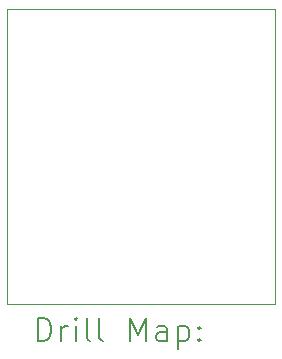
<source format=gbr>
%TF.GenerationSoftware,KiCad,Pcbnew,8.0.0*%
%TF.CreationDate,2024-11-14T09:50:41-06:00*%
%TF.ProjectId,Rain connectors,5261696e-2063-46f6-9e6e-6563746f7273,rev?*%
%TF.SameCoordinates,Original*%
%TF.FileFunction,Drillmap*%
%TF.FilePolarity,Positive*%
%FSLAX45Y45*%
G04 Gerber Fmt 4.5, Leading zero omitted, Abs format (unit mm)*
G04 Created by KiCad (PCBNEW 8.0.0) date 2024-11-14 09:50:41*
%MOMM*%
%LPD*%
G01*
G04 APERTURE LIST*
%ADD10C,0.050000*%
%ADD11C,0.200000*%
G04 APERTURE END LIST*
D10*
X12300000Y-7147500D02*
X14567500Y-7147500D01*
X14567500Y-9647500D01*
X12300000Y-9647500D01*
X12300000Y-7147500D01*
D11*
X12558277Y-9961484D02*
X12558277Y-9761484D01*
X12558277Y-9761484D02*
X12605896Y-9761484D01*
X12605896Y-9761484D02*
X12634467Y-9771008D01*
X12634467Y-9771008D02*
X12653515Y-9790055D01*
X12653515Y-9790055D02*
X12663039Y-9809103D01*
X12663039Y-9809103D02*
X12672562Y-9847198D01*
X12672562Y-9847198D02*
X12672562Y-9875770D01*
X12672562Y-9875770D02*
X12663039Y-9913865D01*
X12663039Y-9913865D02*
X12653515Y-9932912D01*
X12653515Y-9932912D02*
X12634467Y-9951960D01*
X12634467Y-9951960D02*
X12605896Y-9961484D01*
X12605896Y-9961484D02*
X12558277Y-9961484D01*
X12758277Y-9961484D02*
X12758277Y-9828150D01*
X12758277Y-9866246D02*
X12767801Y-9847198D01*
X12767801Y-9847198D02*
X12777324Y-9837674D01*
X12777324Y-9837674D02*
X12796372Y-9828150D01*
X12796372Y-9828150D02*
X12815420Y-9828150D01*
X12882086Y-9961484D02*
X12882086Y-9828150D01*
X12882086Y-9761484D02*
X12872562Y-9771008D01*
X12872562Y-9771008D02*
X12882086Y-9780531D01*
X12882086Y-9780531D02*
X12891610Y-9771008D01*
X12891610Y-9771008D02*
X12882086Y-9761484D01*
X12882086Y-9761484D02*
X12882086Y-9780531D01*
X13005896Y-9961484D02*
X12986848Y-9951960D01*
X12986848Y-9951960D02*
X12977324Y-9932912D01*
X12977324Y-9932912D02*
X12977324Y-9761484D01*
X13110658Y-9961484D02*
X13091610Y-9951960D01*
X13091610Y-9951960D02*
X13082086Y-9932912D01*
X13082086Y-9932912D02*
X13082086Y-9761484D01*
X13339229Y-9961484D02*
X13339229Y-9761484D01*
X13339229Y-9761484D02*
X13405896Y-9904341D01*
X13405896Y-9904341D02*
X13472562Y-9761484D01*
X13472562Y-9761484D02*
X13472562Y-9961484D01*
X13653515Y-9961484D02*
X13653515Y-9856722D01*
X13653515Y-9856722D02*
X13643991Y-9837674D01*
X13643991Y-9837674D02*
X13624943Y-9828150D01*
X13624943Y-9828150D02*
X13586848Y-9828150D01*
X13586848Y-9828150D02*
X13567801Y-9837674D01*
X13653515Y-9951960D02*
X13634467Y-9961484D01*
X13634467Y-9961484D02*
X13586848Y-9961484D01*
X13586848Y-9961484D02*
X13567801Y-9951960D01*
X13567801Y-9951960D02*
X13558277Y-9932912D01*
X13558277Y-9932912D02*
X13558277Y-9913865D01*
X13558277Y-9913865D02*
X13567801Y-9894817D01*
X13567801Y-9894817D02*
X13586848Y-9885293D01*
X13586848Y-9885293D02*
X13634467Y-9885293D01*
X13634467Y-9885293D02*
X13653515Y-9875770D01*
X13748753Y-9828150D02*
X13748753Y-10028150D01*
X13748753Y-9837674D02*
X13767801Y-9828150D01*
X13767801Y-9828150D02*
X13805896Y-9828150D01*
X13805896Y-9828150D02*
X13824943Y-9837674D01*
X13824943Y-9837674D02*
X13834467Y-9847198D01*
X13834467Y-9847198D02*
X13843991Y-9866246D01*
X13843991Y-9866246D02*
X13843991Y-9923389D01*
X13843991Y-9923389D02*
X13834467Y-9942436D01*
X13834467Y-9942436D02*
X13824943Y-9951960D01*
X13824943Y-9951960D02*
X13805896Y-9961484D01*
X13805896Y-9961484D02*
X13767801Y-9961484D01*
X13767801Y-9961484D02*
X13748753Y-9951960D01*
X13929705Y-9942436D02*
X13939229Y-9951960D01*
X13939229Y-9951960D02*
X13929705Y-9961484D01*
X13929705Y-9961484D02*
X13920182Y-9951960D01*
X13920182Y-9951960D02*
X13929705Y-9942436D01*
X13929705Y-9942436D02*
X13929705Y-9961484D01*
X13929705Y-9837674D02*
X13939229Y-9847198D01*
X13939229Y-9847198D02*
X13929705Y-9856722D01*
X13929705Y-9856722D02*
X13920182Y-9847198D01*
X13920182Y-9847198D02*
X13929705Y-9837674D01*
X13929705Y-9837674D02*
X13929705Y-9856722D01*
M02*

</source>
